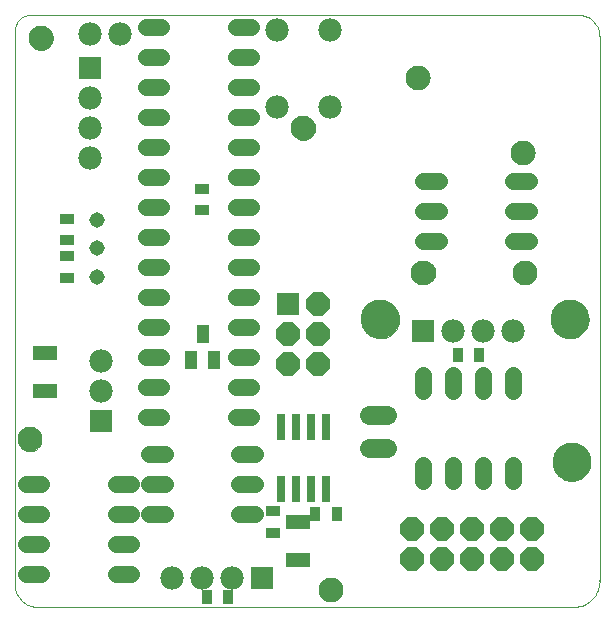
<source format=gbs>
G75*
G70*
%OFA0B0*%
%FSLAX24Y24*%
%IPPOS*%
%LPD*%
%AMOC8*
5,1,8,0,0,1.08239X$1,22.5*
%
%ADD10C,0.0000*%
%ADD11C,0.0827*%
%ADD12C,0.1300*%
%ADD13C,0.0560*%
%ADD14R,0.0280X0.0910*%
%ADD15R,0.0780X0.0780*%
%ADD16C,0.0780*%
%ADD17C,0.0516*%
%ADD18OC8,0.0780*%
%ADD19R,0.0512X0.0355*%
%ADD20R,0.0355X0.0512*%
%ADD21R,0.0827X0.0512*%
%ADD22R,0.0434X0.0591*%
%ADD23C,0.0640*%
D10*
X001041Y000425D02*
X018944Y000425D01*
X018943Y000425D02*
X019001Y000428D01*
X019058Y000436D01*
X019114Y000448D01*
X019170Y000463D01*
X019224Y000481D01*
X019277Y000503D01*
X019329Y000529D01*
X019379Y000558D01*
X019427Y000590D01*
X019472Y000625D01*
X019515Y000663D01*
X019556Y000704D01*
X019594Y000748D01*
X019629Y000793D01*
X019661Y000841D01*
X019689Y000891D01*
X019715Y000943D01*
X019736Y000996D01*
X019755Y001051D01*
X019770Y001107D01*
X019781Y001163D01*
X019788Y001220D01*
X019792Y001278D01*
X019791Y001335D01*
X019792Y001335D02*
X019792Y019447D01*
X019790Y019499D01*
X019785Y019550D01*
X019775Y019601D01*
X019763Y019651D01*
X019746Y019700D01*
X019726Y019748D01*
X019703Y019794D01*
X019677Y019839D01*
X019647Y019881D01*
X019615Y019922D01*
X019580Y019960D01*
X019542Y019995D01*
X019501Y020027D01*
X019459Y020057D01*
X019414Y020083D01*
X019368Y020106D01*
X019320Y020126D01*
X019271Y020143D01*
X019221Y020155D01*
X019170Y020165D01*
X019119Y020170D01*
X019067Y020172D01*
X000841Y020172D01*
X000796Y020170D01*
X000751Y020165D01*
X000707Y020155D01*
X000664Y020143D01*
X000622Y020126D01*
X000582Y020106D01*
X000543Y020083D01*
X000507Y020057D01*
X000473Y020028D01*
X000441Y019996D01*
X000412Y019962D01*
X000386Y019926D01*
X000363Y019887D01*
X000343Y019847D01*
X000326Y019805D01*
X000314Y019762D01*
X000304Y019718D01*
X000299Y019673D01*
X000297Y019628D01*
X000297Y001232D01*
X000296Y001177D01*
X000300Y001121D01*
X000308Y001066D01*
X000319Y001012D01*
X000335Y000959D01*
X000354Y000907D01*
X000377Y000856D01*
X000403Y000808D01*
X000433Y000761D01*
X000466Y000716D01*
X000502Y000674D01*
X000541Y000635D01*
X000583Y000598D01*
X000627Y000565D01*
X000673Y000535D01*
X000722Y000508D01*
X000772Y000485D01*
X000824Y000465D01*
X000877Y000449D01*
X000932Y000437D01*
X000986Y000429D01*
X001042Y000425D01*
X000403Y006017D02*
X000405Y006056D01*
X000411Y006095D01*
X000421Y006133D01*
X000434Y006170D01*
X000451Y006205D01*
X000471Y006239D01*
X000495Y006270D01*
X000522Y006299D01*
X000551Y006325D01*
X000583Y006348D01*
X000617Y006368D01*
X000653Y006384D01*
X000690Y006396D01*
X000729Y006405D01*
X000768Y006410D01*
X000807Y006411D01*
X000846Y006408D01*
X000885Y006401D01*
X000922Y006390D01*
X000959Y006376D01*
X000994Y006358D01*
X001027Y006337D01*
X001058Y006312D01*
X001086Y006285D01*
X001111Y006255D01*
X001133Y006222D01*
X001152Y006188D01*
X001167Y006152D01*
X001179Y006114D01*
X001187Y006076D01*
X001191Y006037D01*
X001191Y005997D01*
X001187Y005958D01*
X001179Y005920D01*
X001167Y005882D01*
X001152Y005846D01*
X001133Y005812D01*
X001111Y005779D01*
X001086Y005749D01*
X001058Y005722D01*
X001027Y005697D01*
X000994Y005676D01*
X000959Y005658D01*
X000922Y005644D01*
X000885Y005633D01*
X000846Y005626D01*
X000807Y005623D01*
X000768Y005624D01*
X000729Y005629D01*
X000690Y005638D01*
X000653Y005650D01*
X000617Y005666D01*
X000583Y005686D01*
X000551Y005709D01*
X000522Y005735D01*
X000495Y005764D01*
X000471Y005795D01*
X000451Y005829D01*
X000434Y005864D01*
X000421Y005901D01*
X000411Y005939D01*
X000405Y005978D01*
X000403Y006017D01*
X009528Y016392D02*
X009530Y016431D01*
X009536Y016470D01*
X009546Y016508D01*
X009559Y016545D01*
X009576Y016580D01*
X009596Y016614D01*
X009620Y016645D01*
X009647Y016674D01*
X009676Y016700D01*
X009708Y016723D01*
X009742Y016743D01*
X009778Y016759D01*
X009815Y016771D01*
X009854Y016780D01*
X009893Y016785D01*
X009932Y016786D01*
X009971Y016783D01*
X010010Y016776D01*
X010047Y016765D01*
X010084Y016751D01*
X010119Y016733D01*
X010152Y016712D01*
X010183Y016687D01*
X010211Y016660D01*
X010236Y016630D01*
X010258Y016597D01*
X010277Y016563D01*
X010292Y016527D01*
X010304Y016489D01*
X010312Y016451D01*
X010316Y016412D01*
X010316Y016372D01*
X010312Y016333D01*
X010304Y016295D01*
X010292Y016257D01*
X010277Y016221D01*
X010258Y016187D01*
X010236Y016154D01*
X010211Y016124D01*
X010183Y016097D01*
X010152Y016072D01*
X010119Y016051D01*
X010084Y016033D01*
X010047Y016019D01*
X010010Y016008D01*
X009971Y016001D01*
X009932Y015998D01*
X009893Y015999D01*
X009854Y016004D01*
X009815Y016013D01*
X009778Y016025D01*
X009742Y016041D01*
X009708Y016061D01*
X009676Y016084D01*
X009647Y016110D01*
X009620Y016139D01*
X009596Y016170D01*
X009576Y016204D01*
X009559Y016239D01*
X009546Y016276D01*
X009536Y016314D01*
X009530Y016353D01*
X009528Y016392D01*
X013340Y018080D02*
X013342Y018119D01*
X013348Y018158D01*
X013358Y018196D01*
X013371Y018233D01*
X013388Y018268D01*
X013408Y018302D01*
X013432Y018333D01*
X013459Y018362D01*
X013488Y018388D01*
X013520Y018411D01*
X013554Y018431D01*
X013590Y018447D01*
X013627Y018459D01*
X013666Y018468D01*
X013705Y018473D01*
X013744Y018474D01*
X013783Y018471D01*
X013822Y018464D01*
X013859Y018453D01*
X013896Y018439D01*
X013931Y018421D01*
X013964Y018400D01*
X013995Y018375D01*
X014023Y018348D01*
X014048Y018318D01*
X014070Y018285D01*
X014089Y018251D01*
X014104Y018215D01*
X014116Y018177D01*
X014124Y018139D01*
X014128Y018100D01*
X014128Y018060D01*
X014124Y018021D01*
X014116Y017983D01*
X014104Y017945D01*
X014089Y017909D01*
X014070Y017875D01*
X014048Y017842D01*
X014023Y017812D01*
X013995Y017785D01*
X013964Y017760D01*
X013931Y017739D01*
X013896Y017721D01*
X013859Y017707D01*
X013822Y017696D01*
X013783Y017689D01*
X013744Y017686D01*
X013705Y017687D01*
X013666Y017692D01*
X013627Y017701D01*
X013590Y017713D01*
X013554Y017729D01*
X013520Y017749D01*
X013488Y017772D01*
X013459Y017798D01*
X013432Y017827D01*
X013408Y017858D01*
X013388Y017892D01*
X013371Y017927D01*
X013358Y017964D01*
X013348Y018002D01*
X013342Y018041D01*
X013340Y018080D01*
X016840Y015580D02*
X016842Y015619D01*
X016848Y015658D01*
X016858Y015696D01*
X016871Y015733D01*
X016888Y015768D01*
X016908Y015802D01*
X016932Y015833D01*
X016959Y015862D01*
X016988Y015888D01*
X017020Y015911D01*
X017054Y015931D01*
X017090Y015947D01*
X017127Y015959D01*
X017166Y015968D01*
X017205Y015973D01*
X017244Y015974D01*
X017283Y015971D01*
X017322Y015964D01*
X017359Y015953D01*
X017396Y015939D01*
X017431Y015921D01*
X017464Y015900D01*
X017495Y015875D01*
X017523Y015848D01*
X017548Y015818D01*
X017570Y015785D01*
X017589Y015751D01*
X017604Y015715D01*
X017616Y015677D01*
X017624Y015639D01*
X017628Y015600D01*
X017628Y015560D01*
X017624Y015521D01*
X017616Y015483D01*
X017604Y015445D01*
X017589Y015409D01*
X017570Y015375D01*
X017548Y015342D01*
X017523Y015312D01*
X017495Y015285D01*
X017464Y015260D01*
X017431Y015239D01*
X017396Y015221D01*
X017359Y015207D01*
X017322Y015196D01*
X017283Y015189D01*
X017244Y015186D01*
X017205Y015187D01*
X017166Y015192D01*
X017127Y015201D01*
X017090Y015213D01*
X017054Y015229D01*
X017020Y015249D01*
X016988Y015272D01*
X016959Y015298D01*
X016932Y015327D01*
X016908Y015358D01*
X016888Y015392D01*
X016871Y015427D01*
X016858Y015464D01*
X016848Y015502D01*
X016842Y015541D01*
X016840Y015580D01*
X016903Y011580D02*
X016905Y011619D01*
X016911Y011658D01*
X016921Y011696D01*
X016934Y011733D01*
X016951Y011768D01*
X016971Y011802D01*
X016995Y011833D01*
X017022Y011862D01*
X017051Y011888D01*
X017083Y011911D01*
X017117Y011931D01*
X017153Y011947D01*
X017190Y011959D01*
X017229Y011968D01*
X017268Y011973D01*
X017307Y011974D01*
X017346Y011971D01*
X017385Y011964D01*
X017422Y011953D01*
X017459Y011939D01*
X017494Y011921D01*
X017527Y011900D01*
X017558Y011875D01*
X017586Y011848D01*
X017611Y011818D01*
X017633Y011785D01*
X017652Y011751D01*
X017667Y011715D01*
X017679Y011677D01*
X017687Y011639D01*
X017691Y011600D01*
X017691Y011560D01*
X017687Y011521D01*
X017679Y011483D01*
X017667Y011445D01*
X017652Y011409D01*
X017633Y011375D01*
X017611Y011342D01*
X017586Y011312D01*
X017558Y011285D01*
X017527Y011260D01*
X017494Y011239D01*
X017459Y011221D01*
X017422Y011207D01*
X017385Y011196D01*
X017346Y011189D01*
X017307Y011186D01*
X017268Y011187D01*
X017229Y011192D01*
X017190Y011201D01*
X017153Y011213D01*
X017117Y011229D01*
X017083Y011249D01*
X017051Y011272D01*
X017022Y011298D01*
X016995Y011327D01*
X016971Y011358D01*
X016951Y011392D01*
X016934Y011427D01*
X016921Y011464D01*
X016911Y011502D01*
X016905Y011541D01*
X016903Y011580D01*
X018167Y010017D02*
X018169Y010067D01*
X018175Y010117D01*
X018185Y010166D01*
X018199Y010214D01*
X018216Y010261D01*
X018237Y010306D01*
X018262Y010350D01*
X018290Y010391D01*
X018322Y010430D01*
X018356Y010467D01*
X018393Y010501D01*
X018433Y010531D01*
X018475Y010558D01*
X018519Y010582D01*
X018565Y010603D01*
X018612Y010619D01*
X018660Y010632D01*
X018710Y010641D01*
X018759Y010646D01*
X018810Y010647D01*
X018860Y010644D01*
X018909Y010637D01*
X018958Y010626D01*
X019006Y010611D01*
X019052Y010593D01*
X019097Y010571D01*
X019140Y010545D01*
X019181Y010516D01*
X019220Y010484D01*
X019256Y010449D01*
X019288Y010411D01*
X019318Y010371D01*
X019345Y010328D01*
X019368Y010284D01*
X019387Y010238D01*
X019403Y010190D01*
X019415Y010141D01*
X019423Y010092D01*
X019427Y010042D01*
X019427Y009992D01*
X019423Y009942D01*
X019415Y009893D01*
X019403Y009844D01*
X019387Y009796D01*
X019368Y009750D01*
X019345Y009706D01*
X019318Y009663D01*
X019288Y009623D01*
X019256Y009585D01*
X019220Y009550D01*
X019181Y009518D01*
X019140Y009489D01*
X019097Y009463D01*
X019052Y009441D01*
X019006Y009423D01*
X018958Y009408D01*
X018909Y009397D01*
X018860Y009390D01*
X018810Y009387D01*
X018759Y009388D01*
X018710Y009393D01*
X018660Y009402D01*
X018612Y009415D01*
X018565Y009431D01*
X018519Y009452D01*
X018475Y009476D01*
X018433Y009503D01*
X018393Y009533D01*
X018356Y009567D01*
X018322Y009604D01*
X018290Y009643D01*
X018262Y009684D01*
X018237Y009728D01*
X018216Y009773D01*
X018199Y009820D01*
X018185Y009868D01*
X018175Y009917D01*
X018169Y009967D01*
X018167Y010017D01*
X013528Y011580D02*
X013530Y011619D01*
X013536Y011658D01*
X013546Y011696D01*
X013559Y011733D01*
X013576Y011768D01*
X013596Y011802D01*
X013620Y011833D01*
X013647Y011862D01*
X013676Y011888D01*
X013708Y011911D01*
X013742Y011931D01*
X013778Y011947D01*
X013815Y011959D01*
X013854Y011968D01*
X013893Y011973D01*
X013932Y011974D01*
X013971Y011971D01*
X014010Y011964D01*
X014047Y011953D01*
X014084Y011939D01*
X014119Y011921D01*
X014152Y011900D01*
X014183Y011875D01*
X014211Y011848D01*
X014236Y011818D01*
X014258Y011785D01*
X014277Y011751D01*
X014292Y011715D01*
X014304Y011677D01*
X014312Y011639D01*
X014316Y011600D01*
X014316Y011560D01*
X014312Y011521D01*
X014304Y011483D01*
X014292Y011445D01*
X014277Y011409D01*
X014258Y011375D01*
X014236Y011342D01*
X014211Y011312D01*
X014183Y011285D01*
X014152Y011260D01*
X014119Y011239D01*
X014084Y011221D01*
X014047Y011207D01*
X014010Y011196D01*
X013971Y011189D01*
X013932Y011186D01*
X013893Y011187D01*
X013854Y011192D01*
X013815Y011201D01*
X013778Y011213D01*
X013742Y011229D01*
X013708Y011249D01*
X013676Y011272D01*
X013647Y011298D01*
X013620Y011327D01*
X013596Y011358D01*
X013576Y011392D01*
X013559Y011427D01*
X013546Y011464D01*
X013536Y011502D01*
X013530Y011541D01*
X013528Y011580D01*
X011854Y010017D02*
X011856Y010067D01*
X011862Y010117D01*
X011872Y010166D01*
X011886Y010214D01*
X011903Y010261D01*
X011924Y010306D01*
X011949Y010350D01*
X011977Y010391D01*
X012009Y010430D01*
X012043Y010467D01*
X012080Y010501D01*
X012120Y010531D01*
X012162Y010558D01*
X012206Y010582D01*
X012252Y010603D01*
X012299Y010619D01*
X012347Y010632D01*
X012397Y010641D01*
X012446Y010646D01*
X012497Y010647D01*
X012547Y010644D01*
X012596Y010637D01*
X012645Y010626D01*
X012693Y010611D01*
X012739Y010593D01*
X012784Y010571D01*
X012827Y010545D01*
X012868Y010516D01*
X012907Y010484D01*
X012943Y010449D01*
X012975Y010411D01*
X013005Y010371D01*
X013032Y010328D01*
X013055Y010284D01*
X013074Y010238D01*
X013090Y010190D01*
X013102Y010141D01*
X013110Y010092D01*
X013114Y010042D01*
X013114Y009992D01*
X013110Y009942D01*
X013102Y009893D01*
X013090Y009844D01*
X013074Y009796D01*
X013055Y009750D01*
X013032Y009706D01*
X013005Y009663D01*
X012975Y009623D01*
X012943Y009585D01*
X012907Y009550D01*
X012868Y009518D01*
X012827Y009489D01*
X012784Y009463D01*
X012739Y009441D01*
X012693Y009423D01*
X012645Y009408D01*
X012596Y009397D01*
X012547Y009390D01*
X012497Y009387D01*
X012446Y009388D01*
X012397Y009393D01*
X012347Y009402D01*
X012299Y009415D01*
X012252Y009431D01*
X012206Y009452D01*
X012162Y009476D01*
X012120Y009503D01*
X012080Y009533D01*
X012043Y009567D01*
X012009Y009604D01*
X011977Y009643D01*
X011949Y009684D01*
X011924Y009728D01*
X011903Y009773D01*
X011886Y009820D01*
X011872Y009868D01*
X011862Y009917D01*
X011856Y009967D01*
X011854Y010017D01*
X018229Y005267D02*
X018231Y005317D01*
X018237Y005367D01*
X018247Y005416D01*
X018261Y005464D01*
X018278Y005511D01*
X018299Y005556D01*
X018324Y005600D01*
X018352Y005641D01*
X018384Y005680D01*
X018418Y005717D01*
X018455Y005751D01*
X018495Y005781D01*
X018537Y005808D01*
X018581Y005832D01*
X018627Y005853D01*
X018674Y005869D01*
X018722Y005882D01*
X018772Y005891D01*
X018821Y005896D01*
X018872Y005897D01*
X018922Y005894D01*
X018971Y005887D01*
X019020Y005876D01*
X019068Y005861D01*
X019114Y005843D01*
X019159Y005821D01*
X019202Y005795D01*
X019243Y005766D01*
X019282Y005734D01*
X019318Y005699D01*
X019350Y005661D01*
X019380Y005621D01*
X019407Y005578D01*
X019430Y005534D01*
X019449Y005488D01*
X019465Y005440D01*
X019477Y005391D01*
X019485Y005342D01*
X019489Y005292D01*
X019489Y005242D01*
X019485Y005192D01*
X019477Y005143D01*
X019465Y005094D01*
X019449Y005046D01*
X019430Y005000D01*
X019407Y004956D01*
X019380Y004913D01*
X019350Y004873D01*
X019318Y004835D01*
X019282Y004800D01*
X019243Y004768D01*
X019202Y004739D01*
X019159Y004713D01*
X019114Y004691D01*
X019068Y004673D01*
X019020Y004658D01*
X018971Y004647D01*
X018922Y004640D01*
X018872Y004637D01*
X018821Y004638D01*
X018772Y004643D01*
X018722Y004652D01*
X018674Y004665D01*
X018627Y004681D01*
X018581Y004702D01*
X018537Y004726D01*
X018495Y004753D01*
X018455Y004783D01*
X018418Y004817D01*
X018384Y004854D01*
X018352Y004893D01*
X018324Y004934D01*
X018299Y004978D01*
X018278Y005023D01*
X018261Y005070D01*
X018247Y005118D01*
X018237Y005167D01*
X018231Y005217D01*
X018229Y005267D01*
X010437Y001010D02*
X010439Y001049D01*
X010445Y001088D01*
X010455Y001126D01*
X010468Y001163D01*
X010485Y001198D01*
X010505Y001232D01*
X010529Y001263D01*
X010556Y001292D01*
X010585Y001318D01*
X010617Y001341D01*
X010651Y001361D01*
X010687Y001377D01*
X010724Y001389D01*
X010763Y001398D01*
X010802Y001403D01*
X010841Y001404D01*
X010880Y001401D01*
X010919Y001394D01*
X010956Y001383D01*
X010993Y001369D01*
X011028Y001351D01*
X011061Y001330D01*
X011092Y001305D01*
X011120Y001278D01*
X011145Y001248D01*
X011167Y001215D01*
X011186Y001181D01*
X011201Y001145D01*
X011213Y001107D01*
X011221Y001069D01*
X011225Y001030D01*
X011225Y000990D01*
X011221Y000951D01*
X011213Y000913D01*
X011201Y000875D01*
X011186Y000839D01*
X011167Y000805D01*
X011145Y000772D01*
X011120Y000742D01*
X011092Y000715D01*
X011061Y000690D01*
X011028Y000669D01*
X010993Y000651D01*
X010956Y000637D01*
X010919Y000626D01*
X010880Y000619D01*
X010841Y000616D01*
X010802Y000617D01*
X010763Y000622D01*
X010724Y000631D01*
X010687Y000643D01*
X010651Y000659D01*
X010617Y000679D01*
X010585Y000702D01*
X010556Y000728D01*
X010529Y000757D01*
X010505Y000788D01*
X010485Y000822D01*
X010468Y000857D01*
X010455Y000894D01*
X010445Y000932D01*
X010439Y000971D01*
X010437Y001010D01*
X000778Y019392D02*
X000780Y019431D01*
X000786Y019470D01*
X000796Y019508D01*
X000809Y019545D01*
X000826Y019580D01*
X000846Y019614D01*
X000870Y019645D01*
X000897Y019674D01*
X000926Y019700D01*
X000958Y019723D01*
X000992Y019743D01*
X001028Y019759D01*
X001065Y019771D01*
X001104Y019780D01*
X001143Y019785D01*
X001182Y019786D01*
X001221Y019783D01*
X001260Y019776D01*
X001297Y019765D01*
X001334Y019751D01*
X001369Y019733D01*
X001402Y019712D01*
X001433Y019687D01*
X001461Y019660D01*
X001486Y019630D01*
X001508Y019597D01*
X001527Y019563D01*
X001542Y019527D01*
X001554Y019489D01*
X001562Y019451D01*
X001566Y019412D01*
X001566Y019372D01*
X001562Y019333D01*
X001554Y019295D01*
X001542Y019257D01*
X001527Y019221D01*
X001508Y019187D01*
X001486Y019154D01*
X001461Y019124D01*
X001433Y019097D01*
X001402Y019072D01*
X001369Y019051D01*
X001334Y019033D01*
X001297Y019019D01*
X001260Y019008D01*
X001221Y019001D01*
X001182Y018998D01*
X001143Y018999D01*
X001104Y019004D01*
X001065Y019013D01*
X001028Y019025D01*
X000992Y019041D01*
X000958Y019061D01*
X000926Y019084D01*
X000897Y019110D01*
X000870Y019139D01*
X000846Y019170D01*
X000826Y019204D01*
X000809Y019239D01*
X000796Y019276D01*
X000786Y019314D01*
X000780Y019353D01*
X000778Y019392D01*
D11*
X001172Y019392D03*
X009922Y016392D03*
X013734Y018080D03*
X017234Y015580D03*
X017297Y011580D03*
X013922Y011580D03*
X010831Y001010D03*
X000797Y006017D03*
D12*
X012484Y010017D03*
X018797Y010017D03*
X018859Y005267D03*
D13*
X016922Y005152D02*
X016922Y004632D01*
X015922Y004632D02*
X015922Y005152D01*
X014922Y005152D02*
X014922Y004632D01*
X013922Y004632D02*
X013922Y005152D01*
X013922Y007632D02*
X013922Y008152D01*
X014922Y008152D02*
X014922Y007632D01*
X015922Y007632D02*
X015922Y008152D01*
X016922Y008152D02*
X016922Y007632D01*
X016912Y012642D02*
X017432Y012642D01*
X017432Y013642D02*
X016912Y013642D01*
X016912Y014642D02*
X017432Y014642D01*
X014432Y014642D02*
X013912Y014642D01*
X013912Y013642D02*
X014432Y013642D01*
X014432Y012642D02*
X013912Y012642D01*
X008182Y012767D02*
X007662Y012767D01*
X007662Y011767D02*
X008182Y011767D01*
X008182Y010767D02*
X007662Y010767D01*
X007662Y009767D02*
X008182Y009767D01*
X008182Y008767D02*
X007662Y008767D01*
X007662Y007767D02*
X008182Y007767D01*
X008182Y006767D02*
X007662Y006767D01*
X007787Y005517D02*
X008307Y005517D01*
X008307Y004517D02*
X007787Y004517D01*
X007787Y003517D02*
X008307Y003517D01*
X005307Y003517D02*
X004787Y003517D01*
X004182Y003517D02*
X003662Y003517D01*
X003662Y002517D02*
X004182Y002517D01*
X004182Y001517D02*
X003662Y001517D01*
X001182Y001517D02*
X000662Y001517D01*
X000662Y002517D02*
X001182Y002517D01*
X001182Y003517D02*
X000662Y003517D01*
X000662Y004517D02*
X001182Y004517D01*
X003662Y004517D02*
X004182Y004517D01*
X004787Y004517D02*
X005307Y004517D01*
X005307Y005517D02*
X004787Y005517D01*
X004662Y006767D02*
X005182Y006767D01*
X005182Y007767D02*
X004662Y007767D01*
X004662Y008767D02*
X005182Y008767D01*
X005182Y009767D02*
X004662Y009767D01*
X004662Y010767D02*
X005182Y010767D01*
X005182Y011767D02*
X004662Y011767D01*
X004662Y012767D02*
X005182Y012767D01*
X005182Y013767D02*
X004662Y013767D01*
X004662Y014767D02*
X005182Y014767D01*
X005182Y015767D02*
X004662Y015767D01*
X004662Y016767D02*
X005182Y016767D01*
X005182Y017767D02*
X004662Y017767D01*
X004662Y018767D02*
X005182Y018767D01*
X005182Y019767D02*
X004662Y019767D01*
X007662Y019767D02*
X008182Y019767D01*
X008182Y018767D02*
X007662Y018767D01*
X007662Y017767D02*
X008182Y017767D01*
X008182Y016767D02*
X007662Y016767D01*
X007662Y015767D02*
X008182Y015767D01*
X008182Y014767D02*
X007662Y014767D01*
X007662Y013767D02*
X008182Y013767D01*
D14*
X009172Y006422D03*
X009672Y006422D03*
X010172Y006422D03*
X010672Y006422D03*
X010672Y004362D03*
X010172Y004362D03*
X009672Y004362D03*
X009172Y004362D03*
D15*
X008547Y001392D03*
X003172Y006642D03*
X009422Y010517D03*
X013922Y009642D03*
X002797Y018392D03*
D16*
X002797Y017392D03*
X002797Y016392D03*
X002797Y015392D03*
X002797Y019517D03*
X003797Y019517D03*
X009032Y019672D03*
X010812Y019672D03*
X010812Y017112D03*
X009032Y017112D03*
X014922Y009642D03*
X015922Y009642D03*
X016922Y009642D03*
X007547Y001392D03*
X006547Y001392D03*
X005547Y001392D03*
X003172Y007642D03*
X003172Y008642D03*
D17*
X003047Y011442D03*
X003047Y012403D03*
X003047Y013342D03*
D18*
X009422Y009517D03*
X010422Y009517D03*
X010422Y008517D03*
X009422Y008517D03*
X010422Y010517D03*
X013547Y003017D03*
X014547Y003017D03*
X015547Y003017D03*
X016547Y003017D03*
X017547Y003017D03*
X017547Y002017D03*
X016547Y002017D03*
X015547Y002017D03*
X014547Y002017D03*
X013547Y002017D03*
D19*
X008922Y002913D03*
X008922Y003621D03*
X002047Y011413D03*
X002047Y012121D03*
X002047Y012663D03*
X002047Y013371D03*
X006547Y013663D03*
X006547Y014371D03*
D20*
X015067Y008830D03*
X015776Y008830D03*
X011026Y003517D03*
X010317Y003517D03*
X007401Y000767D03*
X006692Y000767D03*
D21*
X009734Y002012D03*
X009734Y003272D03*
X001297Y007637D03*
X001297Y008897D03*
D22*
X006190Y008651D03*
X006938Y008651D03*
X006564Y009517D03*
D23*
X012122Y006817D02*
X012722Y006817D01*
X012722Y005717D02*
X012122Y005717D01*
M02*

</source>
